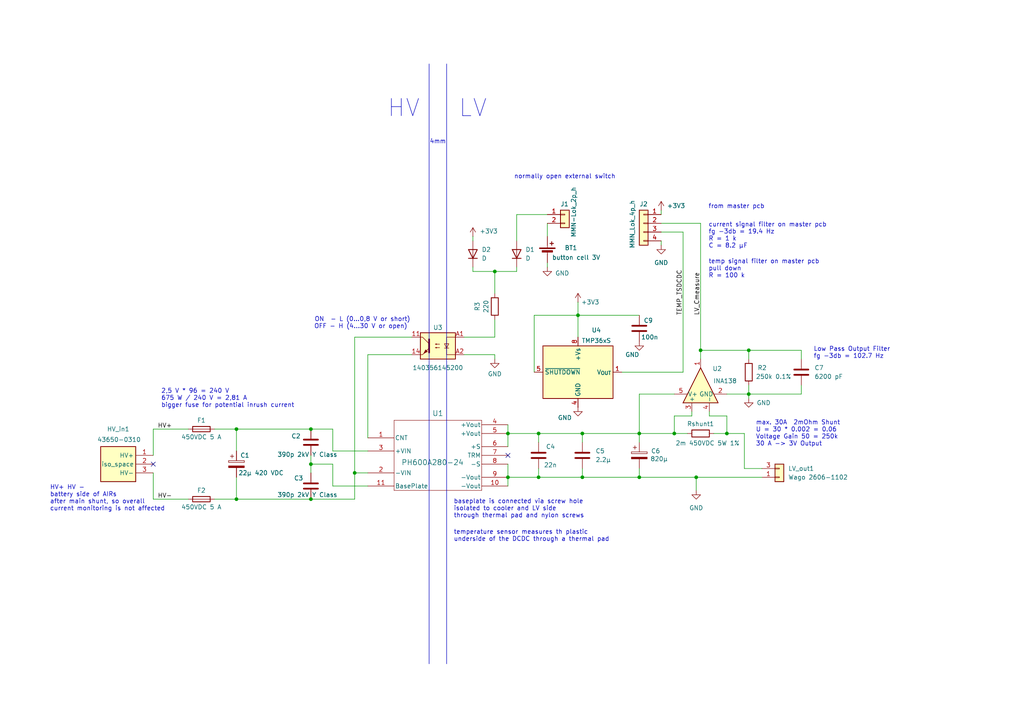
<source format=kicad_sch>
(kicad_sch (version 20231120) (generator "eeschema") (generator_version "8.0")
  (paper "A4")
  (title_block (title "TS-DCDC") (date "2024-12-09") (rev "0.2"))
  (lib_symbols
    (symbol "2024-11-18_21-41-11:PH600A280-24" (pin_names (offset 0.254))
      (property "Reference" "U1" (at 19.812 7.112 0))
      (property "Value" "PH600A280-24" (at 18.796 -7.112 0))
      (symbol "PH600A280-24_0_1"
        (polyline (pts (xy 7.62 -15.24) (xy 33.02 -15.24)) (stroke (width 0.127)))
        (polyline (pts (xy 7.62 5.08) (xy 7.62 -15.24)) (stroke (width 0.127)))
        (polyline (pts (xy 33.02 -15.24) (xy 33.02 5.08)) (stroke (width 0.127)))
        (polyline (pts (xy 33.02 5.08) (xy 7.62 5.08)) (stroke (width 0.127)))
      )
      (symbol "PH600A280-24_1_1"
        (pin input line (at 0 0 0) (length 7.62) (name "CNT") (number "1"))
        (pin power_out line (at 40.64 -13.97 180) (length 7.62) (name "-Vout") (number "10"))
        (pin passive line (at 0 -13.97 0) (length 7.62) (name "BasePlate") (number "11"))
        (pin power_in line (at 0 -10.16 0) (length 7.62) (name "-VIN") (number "2"))
        (pin power_in line (at 0 -3.81 0) (length 7.62) (name "+VIN") (number "3"))
        (pin power_out line (at 40.64 3.81 180) (length 7.62) (name "+Vout") (number "4"))
        (pin power_out line (at 40.64 1.27 180) (length 7.62) (name "+Vout") (number "5"))
        (pin input line (at 40.64 -2.54 180) (length 7.62) (name "+S") (number "6"))
        (pin input line (at 40.64 -5.08 180) (length 7.62) (name "TRM") (number "7"))
        (pin input line (at 40.64 -7.62 180) (length 7.62) (name "-S") (number "8"))
        (pin power_out line (at 40.64 -11.43 180) (length 7.62) (name "-Vout") (number "9"))
      )
    )
    (symbol "43650-0317:43650-0317"
      (property "Reference" "HV_in1" (at 10.16 -12.7 0))
      (property "Value" "43650-0317" (at 10.16 -10.16 0))
      (symbol "43650-0317_1_1"
        (rectangle (start 5.08 2.54) (end 15.24 -7.62) (stroke (width 0.254)) (fill (type background)))
        (pin power_out line (at 0 -5.08 0) (length 5.08) (name "HV+") (number "1"))
        (pin passive line (at 0 -2.54 0) (length 5.08) (name "iso_space") (number "2"))
        (pin power_out line (at 0 0 0) (length 5.08) (name "HV-") (number "3"))
      )
    )
    (symbol "Amplifier_Current:INA138" (pin_names (offset 0.127))
      (property "Reference" "U" (at 3.81 5.08 0))
      (property "Value" "INA138" (at 3.81 2.54 0))
      (symbol "INA138_0_1"
        (polyline (pts (xy -5.08 5.08) (xy 5.08 0) (xy -5.08 -5.08) (xy -5.08 5.08)) (stroke (width 0.254)) (fill (type background)))
      )
      (symbol "INA138_1_1"
        (pin output line (at 7.62 0 180) (length 2.54) (name "~") (number "1"))
        (pin power_in line (at -2.54 -7.62 90) (length 3.81) (name "GND") (number "2"))
        (pin input line (at -7.62 2.54 0) (length 2.54) (name "+") (number "3"))
        (pin input line (at -7.62 -2.54 0) (length 2.54) (name "-") (number "4"))
        (pin power_in line (at -2.54 7.62 270) (length 3.81) (name "V+") (number "5"))
      )
    )
    (symbol "Conn_01x02_1" (pin_names (offset 1.016) hide)
      (property "Reference" "LV_out1" (at 2.54 0.0001 0))
      (property "Value" "Wago 2606-1102" (at 2.54 -2.5399 0))
      (symbol "Conn_01x02_1_1_1"
        (rectangle (start -1.27 -2.413) (end 0 -2.667) (stroke (width 0.1524)))
        (rectangle (start -1.27 0.127) (end 0 -0.127) (stroke (width 0.1524)))
        (rectangle (start -1.27 1.27) (end 1.27 -3.81) (stroke (width 0.254)) (fill (type background)))
        (pin passive line (at -5.08 -2.54 0) (length 3.81) (name "Pin_2") (number "1"))
        (pin passive line (at -5.08 0 0) (length 3.81) (name "Pin_1") (number "3"))
      )
    )
    (symbol "Connector_Generic:Conn_01x02" (pin_names (offset 1.016) hide)
      (property "Reference" "J" (at 0 2.54 0))
      (property "Value" "Conn_01x02" (at 0 -5.08 0))
      (symbol "Conn_01x02_1_1"
        (rectangle (start -1.27 -2.413) (end 0 -2.667) (stroke (width 0.1524)))
        (rectangle (start -1.27 0.127) (end 0 -0.127) (stroke (width 0.1524)))
        (rectangle (start -1.27 1.27) (end 1.27 -3.81) (stroke (width 0.254)) (fill (type background)))
        (pin passive line (at -5.08 0 0) (length 3.81) (name "Pin_1") (number "1"))
        (pin passive line (at -5.08 -2.54 0) (length 3.81) (name "Pin_2") (number "2"))
      )
    )
    (symbol "Connector_Generic:Conn_01x04" (pin_names (offset 1.016) hide)
      (property "Reference" "J" (at 0 5.08 0))
      (property "Value" "Conn_01x04" (at 0 -7.62 0))
      (symbol "Conn_01x04_1_1"
        (rectangle (start -1.27 -4.953) (end 0 -5.207) (stroke (width 0.1524)))
        (rectangle (start -1.27 -2.413) (end 0 -2.667) (stroke (width 0.1524)))
        (rectangle (start -1.27 0.127) (end 0 -0.127) (stroke (width 0.1524)))
        (rectangle (start -1.27 2.667) (end 0 2.413) (stroke (width 0.1524)))
        (rectangle (start -1.27 3.81) (end 1.27 -6.35) (stroke (width 0.254)) (fill (type background)))
        (pin passive line (at -5.08 2.54 0) (length 3.81) (name "Pin_1") (number "1"))
        (pin passive line (at -5.08 0 0) (length 3.81) (name "Pin_2") (number "2"))
        (pin passive line (at -5.08 -2.54 0) (length 3.81) (name "Pin_3") (number "3"))
        (pin passive line (at -5.08 -5.08 0) (length 3.81) (name "Pin_4") (number "4"))
      )
    )
    (symbol "Device:Battery_Cell" (pin_numbers hide) (pin_names (offset 0) hide)
      (property "Reference" "BT" (at 2.54 2.54 0))
      (property "Value" "Battery_Cell" (at 2.54 0 0))
      (symbol "Battery_Cell_0_1"
        (rectangle (start -2.286 1.778) (end 2.286 1.524) (fill (type outline)))
        (rectangle (start -1.524 1.016) (end 1.524 0.508) (fill (type outline)))
        (polyline (pts (xy 0 0.762) (xy 0 0)))
        (polyline (pts (xy 0 1.778) (xy 0 2.54)))
        (polyline (pts (xy 0.762 3.048) (xy 1.778 3.048)) (stroke (width 0.254)))
        (polyline (pts (xy 1.27 3.556) (xy 1.27 2.54)) (stroke (width 0.254)))
      )
      (symbol "Battery_Cell_1_1"
        (pin passive line (at 0 5.08 270) (length 2.54) (name "+") (number "1"))
        (pin passive line (at 0 -2.54 90) (length 2.54) (name "-") (number "2"))
      )
    )
    (symbol "Device:C" (pin_numbers hide) (pin_names (offset 0.254))
      (property "Reference" "C" (at 0.635 2.54 0))
      (property "Value" "C" (at 0.635 -2.54 0))
      (symbol "C_0_1"
        (polyline (pts (xy -2.032 -0.762) (xy 2.032 -0.762)) (stroke (width 0.508)))
        (polyline (pts (xy -2.032 0.762) (xy 2.032 0.762)) (stroke (width 0.508)))
      )
      (symbol "C_1_1"
        (pin passive line (at 0 3.81 270) (length 2.794) (name "~") (number "1"))
        (pin passive line (at 0 -3.81 90) (length 2.794) (name "~") (number "2"))
      )
    )
    (symbol "Device:C_Polarized" (pin_numbers hide) (pin_names (offset 0.254))
      (property "Reference" "C" (at 0.635 2.54 0))
      (property "Value" "C_Polarized" (at 0.635 -2.54 0))
      (symbol "C_Polarized_0_1"
        (rectangle (start -2.286 0.508) (end 2.286 1.016))
        (polyline (pts (xy -1.778 2.286) (xy -0.762 2.286)))
        (polyline (pts (xy -1.27 2.794) (xy -1.27 1.778)))
        (rectangle (start 2.286 -0.508) (end -2.286 -1.016) (fill (type outline)))
      )
      (symbol "C_Polarized_1_1"
        (pin passive line (at 0 3.81 270) (length 2.794) (name "~") (number "1"))
        (pin passive line (at 0 -3.81 90) (length 2.794) (name "~") (number "2"))
      )
    )
    (symbol "Device:D" (pin_numbers hide) (pin_names (offset 1.016) hide)
      (property "Reference" "D" (at 0 2.54 0))
      (property "Value" "D" (at 0 -2.54 0))
      (symbol "D_0_1"
        (polyline (pts (xy -1.27 1.27) (xy -1.27 -1.27)) (stroke (width 0.254)))
        (polyline (pts (xy 1.27 0) (xy -1.27 0)))
        (polyline (pts (xy 1.27 1.27) (xy 1.27 -1.27) (xy -1.27 0) (xy 1.27 1.27)) (stroke (width 0.254)))
      )
      (symbol "D_1_1"
        (pin passive line (at -3.81 0 0) (length 2.54) (name "K") (number "1"))
        (pin passive line (at 3.81 0 180) (length 2.54) (name "A") (number "2"))
      )
    )
    (symbol "Device:Fuse" (pin_numbers hide) (pin_names (offset 0))
      (property "Reference" "F" (at 2.032 0 90))
      (property "Value" "Fuse" (at -1.905 0 90))
      (symbol "Fuse_0_1"
        (rectangle (start -0.762 -2.54) (end 0.762 2.54) (stroke (width 0.254)))
        (polyline (pts (xy 0 2.54) (xy 0 -2.54)))
      )
      (symbol "Fuse_1_1"
        (pin passive line (at 0 3.81 270) (length 1.27) (name "~") (number "1"))
        (pin passive line (at 0 -3.81 90) (length 1.27) (name "~") (number "2"))
      )
    )
    (symbol "Device:R" (pin_numbers hide) (pin_names (offset 0))
      (property "Reference" "R" (at 2.032 0 90))
      (property "Value" "R" (at 0 0 90))
      (symbol "R_0_1"
        (rectangle (start -1.016 -2.54) (end 1.016 2.54) (stroke (width 0.254)))
      )
      (symbol "R_1_1"
        (pin passive line (at 0 3.81 270) (length 1.27) (name "~") (number "1"))
        (pin passive line (at 0 -3.81 90) (length 1.27) (name "~") (number "2"))
      )
    )
    (symbol "Relay_SolidState:34.81-7048"
      (property "Reference" "U" (at -5.08 5.08 0))
      (property "Value" "34.81-7048" (at 0 5.08 0))
      (symbol "34.81-7048_0_1"
        (rectangle (start -5.08 3.81) (end 5.08 -3.81) (stroke (width 0.254)) (fill (type background)))
        (polyline (pts (xy -3.175 -0.635) (xy -1.905 -0.635)))
        (polyline (pts (xy 2.54 1.905) (xy 2.54 -1.905) (xy 2.54 -1.905)) (stroke (width 0.508)))
        (polyline (pts (xy -5.08 2.54) (xy -2.54 2.54) (xy -2.54 -2.54) (xy -5.08 -2.54)))
        (polyline (pts (xy -2.54 -0.635) (xy -3.175 0.635) (xy -1.905 0.635) (xy -2.54 -0.635)))
        (polyline (pts (xy -0.508 -0.508) (xy 0.762 -0.508) (xy 0.381 -0.635) (xy 0.381 -0.381) (xy 0.762 -0.508)))
        (polyline (pts (xy -0.508 0.508) (xy 0.762 0.508) (xy 0.381 0.381) (xy 0.381 0.635) (xy 0.762 0.508)))
        (polyline (pts (xy 3.048 -1.651) (xy 3.556 -1.143) (xy 4.064 -2.159) (xy 3.048 -1.651) (xy 3.048 -1.651)) (fill (type outline)))
        (polyline (pts (xy 5.08 2.54) (xy 4.445 2.54) (xy 2.54 0.635) (xy 2.54 -0.635) (xy 4.445 -2.54) (xy 5.08 -2.54)))
      )
      (symbol "34.81-7048_1_1"
        (pin passive line (at 7.62 2.54 180) (length 2.54) (name "~") (number "11"))
        (pin passive line (at 7.62 -2.54 180) (length 2.54) (name "~") (number "14"))
        (pin passive line (at -7.62 2.54 0) (length 2.54) (name "~") (number "A1"))
        (pin passive line (at -7.62 -2.54 0) (length 2.54) (name "~") (number "A2"))
      )
    )
    (symbol "Sensor_Temperature:TMP36xS"
      (property "Reference" "U" (at -8.89 8.89 0))
      (property "Value" "TMP36xS" (at 6.35 -8.89 0))
      (symbol "TMP36xS_0_1"
        (rectangle (start -10.16 7.62) (end 10.16 -7.62) (stroke (width 0.254)) (fill (type background)))
      )
      (symbol "TMP36xS_1_1"
        (pin output line (at 12.7 0 180) (length 2.54) (name "V_{OUT}") (number "1"))
        (pin power_in line (at 0 -10.16 90) (length 2.54) (name "GND") (number "4"))
        (pin input line (at -12.7 0 0) (length 2.54) (name "~{SHUTDOWN}") (number "5"))
        (pin power_in line (at 0 10.16 270) (length 2.54) (name "+Vs") (number "8"))
      )
    )
    (symbol "power:+3V3" (power) (pin_numbers hide) (pin_names (offset 0) hide)
      (property "Value" "+3V3" (at 0 3.556 0))
      (symbol "+3V3_0_1"
        (polyline (pts (xy -0.762 1.27) (xy 0 2.54)))
        (polyline (pts (xy 0 0) (xy 0 2.54)))
        (polyline (pts (xy 0 2.54) (xy 0.762 1.27)))
      )
      (symbol "+3V3_1_1"
        (pin power_in line (at 0 0 90) (length 0) (name "~") (number "1"))
      )
    )
    (symbol "power:GND" (power) (pin_numbers hide) (pin_names (offset 0) hide)
      (property "Value" "GND" (at 0 -3.81 0))
      (symbol "GND_0_1"
        (polyline (pts (xy 0 0) (xy 0 -1.27) (xy 1.27 -1.27) (xy 0 -2.54) (xy -1.27 -1.27) (xy 0 -1.27)))
      )
      (symbol "GND_1_1"
        (pin power_in line (at 0 0 270) (length 0) (name "~") (number "1"))
      )
    )
  )
  (junction (at 201.93 138.43))
  (junction (at 90.17 144.78))
  (junction (at 168.91 125.73))
  (junction (at 203.2 101.6))
  (junction (at 210.82 125.73))
  (junction (at 90.17 134.62))
  (junction (at 185.42 138.43))
  (junction (at 168.91 138.43))
  (junction (at 167.64 91.44))
  (junction (at 156.21 125.73))
  (junction (at 68.58 144.78))
  (junction (at 102.87 137.16))
  (junction (at 185.42 125.73))
  (junction (at 156.21 138.43))
  (junction (at 147.32 138.43))
  (junction (at 217.17 114.3))
  (junction (at 143.51 78.74))
  (junction (at 217.17 101.6))
  (junction (at 68.58 124.46))
  (junction (at 90.17 124.46))
  (junction (at 195.58 125.73))
  (junction (at 147.32 125.73))
  (no_connect (at 44.45 134.62))
  (no_connect (at 147.32 132.08))
  (wire (pts (xy 201.93 138.43) (xy 201.93 142.24)))
  (wire (pts (xy 149.86 62.23) (xy 149.86 69.85)))
  (wire (pts (xy 203.2 64.77) (xy 191.77 64.77)))
  (wire (pts (xy 102.87 144.78) (xy 102.87 137.16)))
  (wire (pts (xy 185.42 138.43) (xy 201.93 138.43)))
  (wire (pts (xy 96.52 134.62) (xy 90.17 134.62)))
  (wire (pts (xy 185.42 114.3) (xy 195.58 114.3)))
  (wire (pts (xy 137.16 78.74) (xy 137.16 77.47)))
  (wire (pts (xy 149.86 62.23) (xy 158.75 62.23)))
  (wire (pts (xy 62.23 124.46) (xy 68.58 124.46)))
  (wire (pts (xy 147.32 125.73) (xy 147.32 129.54)))
  (wire (pts (xy 68.58 124.46) (xy 90.17 124.46)))
  (wire (pts (xy 195.58 125.73) (xy 199.39 125.73)))
  (wire (pts (xy 96.52 140.97) (xy 96.52 134.62)))
  (wire (pts (xy 119.38 97.79) (xy 102.87 97.79)))
  (wire (pts (xy 180.34 107.95) (xy 198.12 107.95)))
  (wire (pts (xy 185.42 114.3) (xy 185.42 125.73)))
  (wire (pts (xy 200.66 119.38) (xy 200.66 120.65)))
  (wire (pts (xy 90.17 134.62) (xy 90.17 137.16)))
  (wire (pts (xy 158.75 76.2) (xy 158.75 77.47)))
  (wire (pts (xy 200.66 120.65) (xy 195.58 120.65)))
  (wire (pts (xy 137.16 68.58) (xy 137.16 69.85)))
  (wire (pts (xy 147.32 123.19) (xy 147.32 125.73)))
  (polyline (pts (xy 124.46 18.542) (xy 124.46 192.532)))
  (wire (pts (xy 156.21 125.73) (xy 156.21 128.27)))
  (wire (pts (xy 191.77 71.12) (xy 191.77 69.85)))
  (wire (pts (xy 210.82 120.65) (xy 210.82 125.73)))
  (wire (pts (xy 217.17 101.6) (xy 232.41 101.6)))
  (wire (pts (xy 143.51 97.79) (xy 143.51 92.71)))
  (wire (pts (xy 62.23 144.78) (xy 68.58 144.78)))
  (wire (pts (xy 156.21 125.73) (xy 168.91 125.73)))
  (wire (pts (xy 201.93 138.43) (xy 220.98 138.43)))
  (wire (pts (xy 143.51 78.74) (xy 149.86 78.74)))
  (wire (pts (xy 102.87 97.79) (xy 102.87 137.16)))
  (wire (pts (xy 168.91 125.73) (xy 168.91 128.27)))
  (wire (pts (xy 154.94 91.44) (xy 167.64 91.44)))
  (wire (pts (xy 210.82 114.3) (xy 217.17 114.3)))
  (wire (pts (xy 168.91 135.89) (xy 168.91 138.43)))
  (wire (pts (xy 210.82 120.65) (xy 205.74 120.65)))
  (wire (pts (xy 203.2 101.6) (xy 203.2 104.14)))
  (wire (pts (xy 44.45 144.78) (xy 54.61 144.78)))
  (wire (pts (xy 215.9 135.89) (xy 220.98 135.89)))
  (wire (pts (xy 232.41 104.14) (xy 232.41 101.6)))
  (wire (pts (xy 68.58 124.46) (xy 68.58 130.81)))
  (wire (pts (xy 147.32 138.43) (xy 156.21 138.43)))
  (wire (pts (xy 195.58 120.65) (xy 195.58 125.73)))
  (wire (pts (xy 232.41 114.3) (xy 217.17 114.3)))
  (wire (pts (xy 167.64 91.44) (xy 185.42 91.44)))
  (wire (pts (xy 143.51 78.74) (xy 143.51 85.09)))
  (wire (pts (xy 147.32 125.73) (xy 156.21 125.73)))
  (wire (pts (xy 198.12 107.95) (xy 198.12 67.31)))
  (wire (pts (xy 156.21 138.43) (xy 168.91 138.43)))
  (wire (pts (xy 185.42 135.89) (xy 185.42 138.43)))
  (wire (pts (xy 134.62 97.79) (xy 143.51 97.79)))
  (wire (pts (xy 207.01 125.73) (xy 210.82 125.73)))
  (wire (pts (xy 232.41 111.76) (xy 232.41 114.3)))
  (wire (pts (xy 106.68 102.87) (xy 119.38 102.87)))
  (wire (pts (xy 68.58 138.43) (xy 68.58 144.78)))
  (wire (pts (xy 90.17 124.46) (xy 96.52 124.46)))
  (polyline (pts (xy 129.54 18.542) (xy 129.54 192.532)))
  (wire (pts (xy 106.68 102.87) (xy 106.68 127)))
  (wire (pts (xy 217.17 115.57) (xy 217.17 114.3)))
  (wire (pts (xy 156.21 135.89) (xy 156.21 138.43)))
  (wire (pts (xy 168.91 125.73) (xy 185.42 125.73)))
  (wire (pts (xy 137.16 78.74) (xy 143.51 78.74)))
  (wire (pts (xy 106.68 140.97) (xy 96.52 140.97)))
  (wire (pts (xy 96.52 130.81) (xy 106.68 130.81)))
  (wire (pts (xy 215.9 125.73) (xy 215.9 135.89)))
  (wire (pts (xy 185.42 125.73) (xy 195.58 125.73)))
  (wire (pts (xy 205.74 120.65) (xy 205.74 119.38)))
  (wire (pts (xy 68.58 144.78) (xy 90.17 144.78)))
  (wire (pts (xy 90.17 132.08) (xy 90.17 134.62)))
  (wire (pts (xy 96.52 124.46) (xy 96.52 130.81)))
  (wire (pts (xy 90.17 144.78) (xy 102.87 144.78)))
  (wire (pts (xy 154.94 107.95) (xy 154.94 91.44)))
  (wire (pts (xy 44.45 137.16) (xy 44.45 144.78)))
  (wire (pts (xy 143.51 102.87) (xy 143.51 104.14)))
  (wire (pts (xy 102.87 137.16) (xy 106.68 137.16)))
  (wire (pts (xy 149.86 78.74) (xy 149.86 77.47)))
  (wire (pts (xy 203.2 64.77) (xy 203.2 101.6)))
  (wire (pts (xy 217.17 101.6) (xy 217.17 104.14)))
  (wire (pts (xy 168.91 138.43) (xy 185.42 138.43)))
  (wire (pts (xy 210.82 125.73) (xy 215.9 125.73)))
  (wire (pts (xy 44.45 124.46) (xy 54.61 124.46)))
  (wire (pts (xy 203.2 101.6) (xy 217.17 101.6)))
  (wire (pts (xy 198.12 67.31) (xy 191.77 67.31)))
  (wire (pts (xy 44.45 124.46) (xy 44.45 132.08)))
  (wire (pts (xy 217.17 111.76) (xy 217.17 114.3)))
  (wire (pts (xy 167.64 91.44) (xy 167.64 97.79)))
  (wire (pts (xy 147.32 134.62) (xy 147.32 138.43)))
  (wire (pts (xy 158.75 64.77) (xy 158.75 68.58)))
  (wire (pts (xy 134.62 102.87) (xy 143.51 102.87)))
  (wire (pts (xy 191.77 60.96) (xy 191.77 62.23)))
  (wire (pts (xy 147.32 138.43) (xy 147.32 140.97)))
  (wire (pts (xy 167.64 87.63) (xy 167.64 91.44)))
  (wire (pts (xy 185.42 125.73) (xy 185.42 128.27)))
  (text "temperature sensor measures th plastic \nunderside of the DCDC through a thermal pad" (at 131.572 153.67 0) (effects (font (size 1.27 1.27)) (justify left top)))
  (text " ON  - L (0...0,8 V or short)\nOFF - H (4...30 V or open)" (at 104.648 93.726 0) (effects (font (size 1.27 1.27))))
  (text "max. 30A  2mOhm Shunt \nU = 30 * 0.002 = 0.06\nVoltage Gain 50 = 250k\n30 A -> 3V Output\n" (at 219.202 125.73 0) (effects (font (size 1.27 1.27)) (justify left)))
  (text "Low Pass Output Filter\nfg -3db = 102.7 Hz" (at 235.966 102.362 0) (effects (font (size 1.27 1.27)) (justify left)))
  (text "2,5 V * 96 = 240 V\n675 W / 240 V = 2,81 A\nbigger fuse for potential inrush current\n\n" (at 46.736 116.586 0) (effects (font (size 1.27 1.27)) (justify left)))
  (text "current signal filter on master pcb\nfg -3db = 19.4 Hz\nR = 1 k\nC = 8.2 µF\n" (at 205.486 68.326 0) (effects (font (size 1.27 1.27)) (justify left)))
  (text "LV" (at 137.16 31.496 0) (effects (font (size 5 5))))
  (text "4mm" (at 127 41.148 0) (effects (font (size 1.27 1.27))))
  (text "normally open external switch" (at 163.83 50.546 0) (effects (font (size 1.27 1.27)) (justify top)))
  (text "HV" (at 117.094 31.496 0) (effects (font (size 5 5))))
  (text "HV+ HV -\nbattery side of AIRs\nafter main shunt, so overall \ncurrent monitoring is not affected" (at 14.478 144.526 0) (effects (font (size 1.27 1.27)) (justify left)))
  (text "from master pcb" (at 213.614 59.944 0) (effects (font (size 1.27 1.27))))
  (text "baseplate is connected via screw hole\nisolated to cooler and LV side \nthrough thermal pad and nylon screws\n" (at 131.572 147.574 0) (effects (font (size 1.27 1.27)) (justify left)))
  (text "temp signal filter on master pcb\npull down\nR = 100 k" (at 205.486 77.978 0) (effects (font (size 1.27 1.27)) (justify left)))
  (label "LV_Cmeasure" (at 203.2 91.44 90))
  (label "HV+" (at 45.72 124.46 0))
  (label "TEMP_TSDCDC" (at 198.12 91.44 90))
  (label "HV-" (at 45.72 144.78 0))
  (symbol (lib_id "Sensor_Temperature:TMP36xS") (at 167.64 107.95 0) (unit 1)
    (property "Reference" "U4" (at 172.974 95.758 0))
    (property "Value" "TMP36xS" (at 172.974 98.806 0))
    (property "Footprint" "Package_SO:SOIC-8_3.9x4.9mm_P1.27mm" (effects (hide yes)))
    (property "Datasheet" "https://www.analog.com/media/en/technical-documentation/data-sheets/TMP35_36_37.pdf" (effects (hide yes)))
    (property "Description" "Low Voltage Temperature Sensor, SOIC-8" (effects (hide yes)))
  )
  (symbol (lib_id "power:GND") (at 201.93 142.24 0) (unit 1)
    (property "Reference" "#PWR01" (effects (hide yes)))
    (property "Value" "GND" (at 201.93 147.32 0))
    (property "Description" "Power symbol creates a global label with name \"GND\" , ground" (effects (hide yes)))
  )
  (symbol (lib_id "power:+3V3") (at 191.77 60.96 0) (mirror y) (unit 1)
    (property "Reference" "#PWR05" (effects (hide yes)))
    (property "Value" "+3V3" (at 196.088 59.69 0))
    (property "Description" "Power symbol creates a global label with name \"+3V3\"" (effects (hide yes)))
  )
  (symbol (lib_id "power:GND") (at 185.42 99.06 0) (unit 1)
    (property "Reference" "#PWR010" (effects (hide yes)))
    (property "Value" "GND" (at 183.388 102.87 0))
    (property "Description" "Power symbol creates a global label with name \"GND\" , ground" (effects (hide yes)))
  )
  (symbol (lib_id "Device:C_Polarized") (at 68.58 134.62 0) (unit 1)
    (property "Reference" "C1" (at 72.39 132.08 0) (effects (justify right)))
    (property "Value" "22µ 420 VDC" (at 82.296 137.16 0) (effects (justify right)))
    (property "Footprint" "footprints:CAPPRD500W60D1275H2200" (effects (hide yes)))
    (property "Datasheet" "https://www.mouser.de/datasheet/2/293/e_ucy-3082387.pdf" (effects (hide yes)))
    (property "Description" "Polarized capacitor" (effects (hide yes)))
  )
  (symbol (lib_id "Device:C") (at 90.17 128.27 0) (unit 1)
    (property "Reference" "C2" (at 85.852 126.492 0))
    (property "Value" "390p 2kV Y Class" (at 89.154 131.826 0))
    (property "Footprint" "Capacitor_SMD:C_1206_3216Metric_Pad1.33x1.80mm_HandSolder" (effects (hide yes)))
    (property "Datasheet" "https://www.mouser.de/datasheet/2/447/KEM_C1009_C0G_HV_SMD-3316207.pdf" (effects (hide yes)))
    (property "Description" "Unpolarized capacitor" (effects (hide yes)))
  )
  (symbol (lib_id "Device:C") (at 185.42 95.25 0) (unit 1)
    (property "Reference" "C9" (at 186.69 92.964 0) (effects (justify left)))
    (property "Value" "100n" (at 185.928 97.79 0) (effects (justify left)))
    (property "Footprint" "Diode_SMD:D_0603_1608Metric_Pad1.05x0.95mm_HandSolder" (effects (hide yes)))
    (property "Description" "Unpolarized capacitor" (effects (hide yes)))
  )
  (symbol (lib_id "Device:C") (at 156.21 132.08 0) (unit 1)
    (property "Reference" "C4" (at 161.036 129.54 0) (effects (justify right)))
    (property "Value" "22n" (at 161.544 134.874 0) (effects (justify right)))
    (property "Footprint" "footprints:ECHU_E1_E2_E3_E3a_4" (effects (hide yes)))
    (property "Description" "Unpolarized capacitor" (effects (hide yes)))
    (property "Mouser Part Number" "667-ECW-U2223JC9" (effects (hide yes)))
    (property "Mouser Price/Stock" "https://www.mouser.com/Search/Refine.aspx?Keyword=667-ECW-U2223JC9" (effects (hide yes)))
    (property "Manufacturer_Name" "Panasonic" (effects (hide yes)))
    (property "Manufacturer_Part_Number" "ECW-U2223JC9" (effects (hide yes)))
  )
  (symbol (lib_id "Device:Fuse") (at 58.42 144.78 90) (unit 1)
    (property "Reference" "F2" (at 58.42 142.24 90))
    (property "Value" "450VDC 5 A" (at 58.42 147.066 90))
    (property "Footprint" "footprints:0ACG5000TE" (effects (hide yes)))
    (property "Datasheet" "https://www.mouser.de/datasheet/2/643/ds_CP_0ACG_series-2000946.pdf" (effects (hide yes)))
    (property "Description" "Fuse" (effects (hide yes)))
  )
  (symbol (lib_id "Device:D") (at 149.86 73.66 90) (unit 1)
    (property "Reference" "D1" (at 152.4 72.3899 90) (effects (justify right)))
    (property "Value" "D" (at 152.4 74.9299 90) (effects (justify right)))
    (property "Footprint" "Diode_SMD:D_0603_1608Metric_Pad1.05x0.95mm_HandSolder" (effects (hide yes)))
    (property "Description" "Diode" (effects (hide yes)))
    (property "Sim.Device" "D" (effects (hide yes)))
    (property "Sim.Pins" "1=K 2=A" (effects (hide yes)))
  )
  (symbol (lib_id "power:GND") (at 217.17 115.57 0) (unit 1)
    (property "Reference" "#PWR02" (effects (hide yes)))
    (property "Value" "GND" (at 221.488 116.84 0))
    (property "Description" "Power symbol creates a global label with name \"GND\" , ground" (effects (hide yes)))
  )
  (symbol (lib_id "Device:C") (at 232.41 107.95 0) (unit 1)
    (property "Reference" "C7" (at 236.22 106.6799 0) (effects (justify left)))
    (property "Value" "6200 pF" (at 236.22 109.2199 0) (effects (justify left)))
    (property "Footprint" "Capacitor_SMD:C_0805_2012Metric" (effects (hide yes)))
    (property "Datasheet" "https://www.mouser.de/datasheet/2/447/KEM_C1007_X8R_ULTRA_150C_SMD-3316375.pdf" (effects (hide yes)))
    (property "Description" "Unpolarized capacitor" (effects (hide yes)))
  )
  (symbol (lib_id "Device:Fuse") (at 58.42 124.46 90) (unit 1)
    (property "Reference" "F1" (at 58.42 121.92 90))
    (property "Value" "450VDC 5 A" (at 58.42 126.746 90))
    (property "Footprint" "footprints:0ACG5000TE" (effects (hide yes)))
    (property "Datasheet" "https://www.mouser.de/datasheet/2/643/ds_CP_0ACG_series-2000946.pdf" (effects (hide yes)))
    (property "Description" "Fuse" (effects (hide yes)))
  )
  (symbol (lib_id "Relay_SolidState:34.81-7048") (at 127 100.33 0) (mirror y) (unit 1)
    (property "Reference" "U3" (at 127 94.996 0))
    (property "Value" "140356145200" (at 127 106.68 0))
    (property "Footprint" "footprints:SOP254P700X210-4N" (effects (hide yes)))
    (property "Datasheet" "https://www.we-online.com/components/products/datasheet/140356145200.pdf" (effects (hide yes)))
    (property "Description" "Ultra-Slim Solid-State Relay, 0.1A, 48V DC output switching" (effects (hide yes)))
  )
  (symbol (lib_id "Device:C_Polarized") (at 185.42 132.08 0) (unit 1)
    (property "Reference" "C6" (at 191.516 130.81 0) (effects (justify right)))
    (property "Value" "820µ" (at 193.802 133.096 0) (effects (justify right)))
    (property "Footprint" "Capacitor_THT:CP_Radial_D16.0mm_P7.50mm" (effects (hide yes)))
    (property "Datasheet" "https://www.mouser.de/datasheet/2/420/7964717934d9b174c3ba48-1210810.pdf" (effects (hide yes)))
    (property "Description" "Polarized capacitor" (effects (hide yes)))
  )
  (symbol (lib_id "Device:Battery_Cell") (at 158.75 73.66 0) (unit 1)
    (property "Reference" "BT1" (at 165.608 71.882 0))
    (property "Value" "button cell 3V" (at 167.132 74.676 0))
    (property "Description" "Single-cell battery" (effects (hide yes)))
  )
  (symbol (lib_name "Conn_01x02_1") (lib_id "Connector_Generic:Conn_01x02") (at 226.06 135.89 0) (unit 1)
    (property "Reference" "LV_out1" (at 228.6 135.8899 0) (effects (justify left)))
    (property "Value" "Wago 2606-1102" (at 228.6 138.4299 0) (effects (justify left)))
    (property "Footprint" "footprints:CONN2_2606-1102_WAG" (effects (hide yes)))
    (property "Datasheet" "https://www.wago.com/de/leiterplattenanschluss/leiterplattenklemme/p/2606-1102" (effects (hide yes)))
    (property "Description" "Generic connector, single row, 01x02, script generated (kicad-library-utils/schlib/autogen/connector/)" (effects (hide yes)))
  )
  (symbol (lib_id "power:+3V3") (at 167.64 87.63 0) (unit 1)
    (property "Reference" "#PWR08" (effects (hide yes)))
    (property "Value" "+3V3" (at 171.196 87.63 0))
    (property "Description" "Power symbol creates a global label with name \"+3V3\"" (effects (hide yes)))
  )
  (symbol (lib_id "power:+3V3") (at 137.16 68.58 0) (unit 1)
    (property "Reference" "#PWR09" (effects (hide yes)))
    (property "Value" "+3V3" (at 141.732 67.056 0))
    (property "Description" "Power symbol creates a global label with name \"+3V3\"" (effects (hide yes)))
  )
  (symbol (lib_id "Connector_Generic:Conn_01x04") (at 186.69 64.77 0) (mirror y) (unit 1)
    (property "Reference" "J2" (at 186.69 59.182 0))
    (property "Value" "MMN_Lok_4p_h" (at 183.388 65.024 90))
    (property "Footprint" "FaSTTUBe_connectors:Micro_Mate-N-Lok_4p_horizontal" (effects (hide yes)))
    (property "Description" "Generic connector, single row, 01x04, script generated (kicad-library-utils/schlib/autogen/connector/)" (effects (hide yes)))
  )
  (symbol (lib_id "Device:R") (at 203.2 125.73 90) (unit 1)
    (property "Reference" "Rshunt1" (at 203.2 122.936 90))
    (property "Value" "2m 450VDC 5W 1%" (at 205.232 128.524 90))
    (property "Footprint" "Resistor_SMD:R_2512_6332Metric" (effects (hide yes)))
    (property "Datasheet" "https://www.mouser.de/datasheet/2/54/css2h_2512-1862180.pdf" (effects (hide yes)))
    (property "Description" "Resistor" (effects (hide yes)))
  )
  (symbol (lib_id "Device:C") (at 90.17 140.97 0) (unit 1)
    (property "Reference" "C3" (at 86.614 138.684 0))
    (property "Value" "390p 2kV Y Class" (at 89.154 143.51 0))
    (property "Footprint" "Capacitor_SMD:C_1206_3216Metric_Pad1.33x1.80mm_HandSolder" (effects (hide yes)))
    (property "Datasheet" "https://www.mouser.de/datasheet/2/447/KEM_C1009_C0G_HV_SMD-3316207.pdf" (effects (hide yes)))
    (property "Description" "Unpolarized capacitor" (effects (hide yes)))
  )
  (symbol (lib_id "Device:R") (at 217.17 107.95 0) (unit 1)
    (property "Reference" "R2" (at 219.71 106.6799 0) (effects (justify left)))
    (property "Value" "250k 0.1%" (at 219.202 109.22 0) (effects (justify left)))
    (property "Footprint" "Resistor_SMD:R_0805_2012Metric" (effects (hide yes)))
    (property "Datasheet" "https://www.mouser.de/datasheet/2/385/SEI_RNCF-3077647.pdf" (effects (hide yes)))
    (property "Description" "Resistor" (effects (hide yes)))
  )
  (symbol (lib_id "Device:R") (at 143.51 88.9 0) (unit 1)
    (property "Reference" "R3" (at 138.43 88.9 90))
    (property "Value" "220" (at 140.97 88.9 90))
    (property "Footprint" "Resistor_SMD:R_0603_1608Metric" (effects (hide yes)))
    (property "Description" "Resistor" (effects (hide yes)))
  )
  (symbol (lib_id "power:GND") (at 143.51 104.14 0) (unit 1)
    (property "Reference" "#PWR07" (effects (hide yes)))
    (property "Value" "GND" (at 143.51 108.458 0))
    (property "Description" "Power symbol creates a global label with name \"GND\" , ground" (effects (hide yes)))
  )
  (symbol (lib_id "Device:D") (at 137.16 73.66 90) (unit 1)
    (property "Reference" "D2" (at 139.7 72.3899 90) (effects (justify right)))
    (property "Value" "D" (at 139.7 74.9299 90) (effects (justify right)))
    (property "Footprint" "Diode_SMD:D_0603_1608Metric_Pad1.05x0.95mm_HandSolder" (effects (hide yes)))
    (property "Description" "Diode" (effects (hide yes)))
    (property "Sim.Device" "D" (effects (hide yes)))
    (property "Sim.Pins" "1=K 2=A" (effects (hide yes)))
  )
  (symbol (lib_id "43650-0317:43650-0317") (at 44.45 137.16 180) (unit 1)
    (property "Reference" "HV_in1" (at 34.29 124.46 0))
    (property "Value" "43650-0310" (at 34.544 127.508 0))
    (property "Footprint" "Connector_Molex:Molex_Micro-Fit_3.0_43650-0310_1x03-1MP_P3.00mm_Horizontal_PnP" (effects (hide yes)))
    (property "Datasheet" "https://www.molex.com/en-us/products/part-detail/436500310?display=pdf" (effects (hide yes)))
    (property "Description" "Micro-Fit 3.0 Vertical Header, 3.00mm Pitch, Single Row, 3 Circuits, with PCB Polarizing Peg, Glow-Wire Capable, Black" (effects (hide yes)))
    (property "Height" "9.9" (effects (hide yes)))
    (property "Mouser Part Number" "538-43650-0317" (effects (hide yes)))
    (property "Mouser Price/Stock" "https://www.mouser.co.uk/ProductDetail/Molex/43650-0317?qs=Nb99Pa9xYq%2Fi%252B%2FVbiejqUg%3D%3D" (effects (hide yes)))
    (property "Manufacturer_Name" "Molex" (effects (hide yes)))
    (property "Manufacturer_Part_Number" "43650-0317" (effects (hide yes)))
  )
  (symbol (lib_id "power:GND") (at 167.64 118.11 0) (unit 1)
    (property "Reference" "#PWR06" (effects (hide yes)))
    (property "Value" "GND" (at 163.83 121.158 0))
    (property "Description" "Power symbol creates a global label with name \"GND\" , ground" (effects (hide yes)))
  )
  (symbol (lib_id "power:GND") (at 158.75 77.47 0) (unit 1)
    (property "Reference" "#PWR04" (effects (hide yes)))
    (property "Value" "GND" (at 163.068 79.248 0))
    (property "Description" "Power symbol creates a global label with name \"GND\" , ground" (effects (hide yes)))
  )
  (symbol (lib_id "2024-11-18_21-41-11:PH600A280-24") (at 106.68 127 0) (unit 1)
    (property "Reference" "U1" (at 127 119.888 0) (effects (font (size 1.524 1.524))))
    (property "Value" "PH600A280-24" (at 125.476 134.112 0) (effects (font (size 1.524 1.524))))
    (property "Footprint" "footprints:PH300A_thru_PH600A_TDK" (effects (hide yes)))
    (property "Datasheet" "https://product.tdk.com/de/search/power/switching-power/dc-dc-converter/info?part_no=PH600A280-24" (effects (hide yes)))
  )
  (symbol (lib_id "Amplifier_Current:INA138") (at 203.2 111.76 90) (unit 1)
    (property "Reference" "U2" (at 208.026 106.934 90))
    (property "Value" "INA138" (at 210.312 110.49 90))
    (property "Footprint" "Package_TO_SOT_SMD:SOT-23-5" (effects (hide yes)))
    (property "Datasheet" "http://www.ti.com/lit/ds/symlink/ina138.pdf" (effects (hide yes)))
    (property "Description" "High-Side Measurement Current Shunt Monitor, 36V, SOT-23-5" (effects (hide yes)))
  )
  (symbol (lib_id "Connector_Generic:Conn_01x02") (at 163.83 62.23 0) (unit 1)
    (property "Reference" "J1" (at 162.56 59.182 0) (effects (justify left)))
    (property "Value" "MMN-Lok_2p_h" (at 166.37 68.834 90) (effects (justify left)))
    (property "Footprint" "FaSTTUBe_connectors:Micro_Mate-N-Lok_2p_horizontal" (effects (hide yes)))
    (property "Description" "Generic connector, single row, 01x02, script generated (kicad-library-utils/schlib/autogen/connector/)" (effects (hide yes)))
  )
  (symbol (lib_id "Device:C") (at 168.91 132.08 0) (unit 1)
    (property "Reference" "C5" (at 172.72 130.8099 0) (effects (justify left)))
    (property "Value" "2.2µ" (at 172.72 133.3499 0) (effects (justify left)))
    (property "Footprint" "Capacitor_SMD:C_0603_1608Metric" (effects (hide yes)))
    (property "Description" "Unpolarized capacitor" (effects (hide yes)))
  )
  (symbol (lib_id "power:GND") (at 191.77 71.12 0) (mirror y) (unit 1)
    (property "Reference" "#PWR03" (effects (hide yes)))
    (property "Value" "GND" (at 191.77 76.2 0))
    (property "Description" "Power symbol creates a global label with name \"GND\" , ground" (effects (hide yes)))
  )
)
</source>
